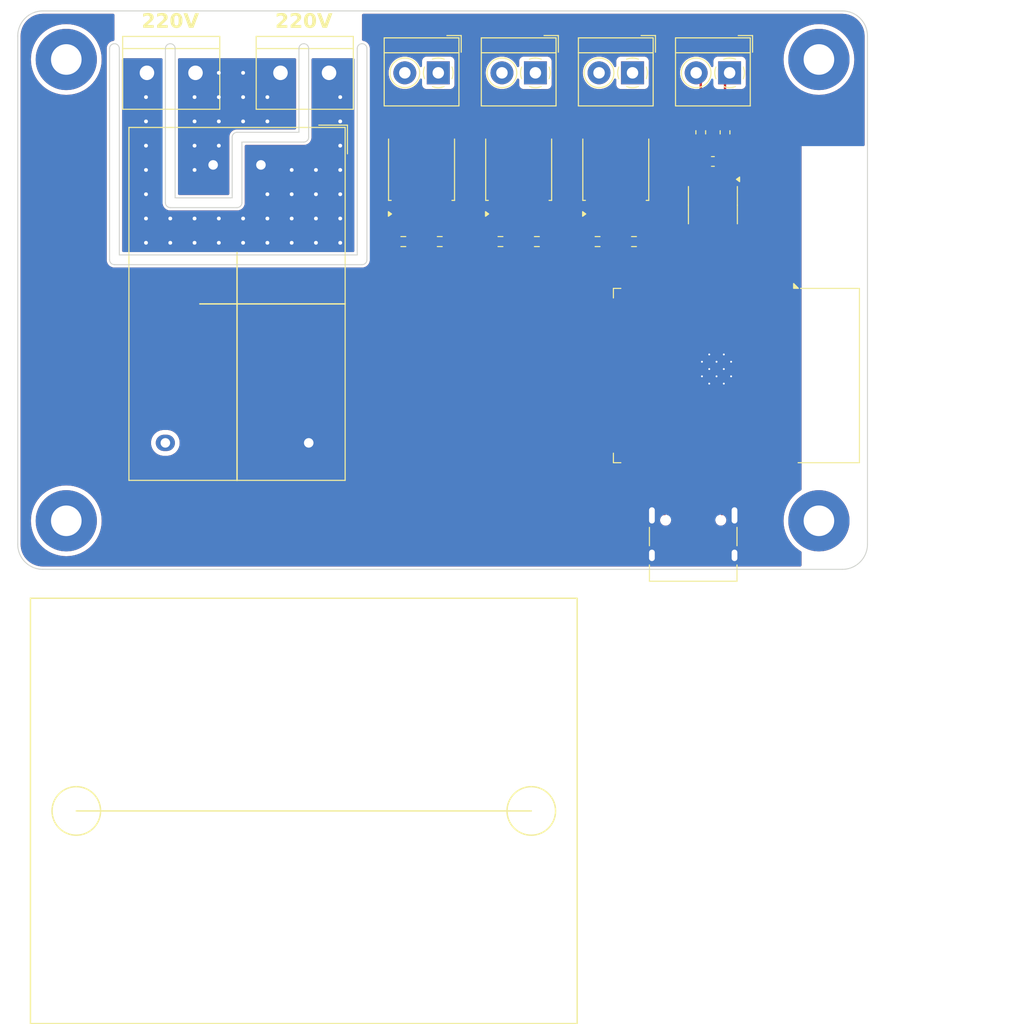
<source format=kicad_pcb>
(kicad_pcb (version 20240108) (generator "pcbnew") (generator_version "8.0")
  (layers (0 "F.Cu" signal) (31 "B.Cu" signal) (34 "B.Paste" user) (35 "F.Paste" user) (36 "B.SilkS" user "B.Silkscreen") (37 "F.SilkS" user "F.Silkscreen") (38 "B.Mask" user) (39 "F.Mask" user) (44 "Edge.Cuts" user))
  (net 0 "")
  (net 1 "GND")
  (net 2 "VBUS")
  (net 3 "+3.3V")
  (net 4 "Net-(U4-T+)")
  (net 5 "Net-(U4-T-)")
  (net 6 "EN")
  (net 7 "IO0")
  (net 12 "V_SSR")
  (net 13 "Net-(J2-CC1)")
  (net 14 "D+")
  (net 15 "D-")
  (net 17 "Net-(J2-CC2)")
  (net 19 "V_SCK")
  (net 20 "V_MOSI")
  (net 21 "RST")
  (net 22 "DC")
  (net 23 "V_CS0")
  (net 24 "Net-(J4-Pin_1)")
  (net 25 "Net-(J4-Pin_2)")
  (net 26 "Net-(J6-Pin_1)")
  (net 27 "Net-(J7-Pin_1)")
  (net 28 "Net-(J8-Pin_1)")
  (net 29 "Net-(Q4-G)")
  (net 30 "Net-(Q5-G)")
  (net 31 "Net-(Q6-G)")
  (net 32 "BUZZER")
  (net 33 "SW_1")
  (net 34 "CS0")
  (net 35 "SW_2")
  (net 36 "RE_B")
  (net 37 "RE_A")
  (net 38 "CS1")
  (net 39 "RE_SW")
  (net 40 "IO2")
  (net 41 "SSR3")
  (net 42 "SSR2")
  (net 43 "SSR1")
  (net 44 "TX")
  (net 45 "RX")
  (net 46 "SCK")
  (net 47 "MISO")
  (net 48 "PWM")
  (net 57 "V_MISO")
  (net 59 "Net-(J1-Pin_1)")
  (net 60 "Net-(J1-Pin_2)")
  (footprint "Resistor_SMD:R_0603_1608Metric_Pad0.98x0.95mm_HandSolder" (layer "F.Cu") (at 101.854 47.117)
    (property "Reference" "R23" (hide yes))
    (property "Value" "10k")
    (fp_line (start -0.254724 -0.5225) (end 0.254724 -0.5225) (stroke (width 0.12)) (layer "F.SilkS"))
    (fp_line (start -0.254724 0.5225) (end 0.254724 0.5225) (stroke (width 0.12)) (layer "F.SilkS"))
    (pad "1" smd roundrect (at -0.9125 0) (size 0.975 0.95) (layers "F.Cu" "F.Paste" "F.Mask") (net 42 "SSR2"))
    (pad "2" smd roundrect (at 0.9125 0) (size 0.975 0.95) (layers "F.Cu" "F.Paste" "F.Mask") (net 1 "GND"))
  )
  (footprint "Inductor_SMD:L_0603_1608Metric_Pad1.05x0.95mm_HandSolder" (layer "F.Cu") (at 121.539 35.687 90)
    (property "Reference" "L2" (hide yes))
    (property "Value" "ferrite")
    (fp_line (start -0.171267 -0.51) (end 0.171267 -0.51) (stroke (width 0.12)) (layer "F.SilkS"))
    (fp_line (start -0.171267 0.51) (end 0.171267 0.51) (stroke (width 0.12)) (layer "F.SilkS"))
    (pad "1" smd roundrect (at -0.875 0 90) (size 1.05 0.95) (layers "F.Cu" "F.Paste" "F.Mask") (net 5 "Net-(U4-T-)"))
    (pad "2" smd roundrect (at 0.875 0 90) (size 1.05 0.95) (layers "F.Cu" "F.Paste" "F.Mask") (net 24 "Net-(J4-Pin_1)"))
  )
  (footprint "TerminalBlock:TerminalBlock_bornier-2_P5.08mm" (layer "F.Cu") (at 80.109 29.464 180)
    (property "Reference" "J1" (hide yes))
    (property "Value" "VIN")
    (fp_line (start 7.62 3.81) (end 7.62 -3.81) (stroke (width 0.12)) (layer "F.SilkS"))
    (fp_line (start 7.62 2.54) (end -2.54 2.54) (stroke (width 0.12)) (layer "F.SilkS"))
    (fp_line (start 7.62 -3.81) (end -2.54 -3.81) (stroke (width 0.12)) (layer "F.SilkS"))
    (fp_line (start -2.54 3.81) (end 7.62 3.81) (stroke (width 0.12)) (layer "F.SilkS"))
    (fp_line (start -2.54 -3.81) (end -2.54 3.81) (stroke (width 0.12)) (layer "F.SilkS"))
    (pad "1" thru_hole rect (at 0 0 180) (size 3 3) (drill 1.52) (layers "*.Cu" "*.Mask") (net 59 "Net-(J1-Pin_1)"))
    (pad "2" thru_hole circle (at 5.08 0 180) (size 3 3) (drill 1.52) (layers "*.Cu" "*.Mask") (net 60 "Net-(J1-Pin_2)"))
  )
  (footprint "Resistor_SMD:R_0603_1608Metric_Pad0.98x0.95mm_HandSolder" (layer "F.Cu") (at 108.204 47.117 180)
    (property "Reference" "R19" (hide yes))
    (property "Value" "R_Small")
    (fp_line (start -0.254724 0.5225) (end 0.254724 0.5225) (stroke (width 0.12)) (layer "F.SilkS"))
    (fp_line (start -0.254724 -0.5225) (end 0.254724 -0.5225) (stroke (width 0.12)) (layer "F.SilkS"))
    (pad "1" smd roundrect (at -0.9125 0 180) (size 0.975 0.95) (layers "F.Cu" "F.Paste" "F.Mask") (net 41 "SSR3"))
    (pad "2" smd roundrect (at 0.9125 0 180) (size 0.975 0.95) (layers "F.Cu" "F.Paste" "F.Mask") (net 29 "Net-(Q4-G)"))
  )
  (footprint "Resistor_SMD:R_0603_1608Metric_Pad0.98x0.95mm_HandSolder" (layer "F.Cu") (at 98.044 47.117 180)
    (property "Reference" "R20" (hide yes))
    (property "Value" "R_Small")
    (fp_line (start -0.254724 0.5225) (end 0.254724 0.5225) (stroke (width 0.12)) (layer "F.SilkS"))
    (fp_line (start -0.254724 -0.5225) (end 0.254724 -0.5225) (stroke (width 0.12)) (layer "F.SilkS"))
    (pad "1" smd roundrect (at -0.9125 0 180) (size 0.975 0.95) (layers "F.Cu" "F.Paste" "F.Mask") (net 42 "SSR2"))
    (pad "2" smd roundrect (at 0.9125 0 180) (size 0.975 0.95) (layers "F.Cu" "F.Paste" "F.Mask") (net 30 "Net-(Q5-G)"))
  )
  (footprint "Package_SO:SOIC-8_3.9x4.9mm_P1.27mm" (layer "F.Cu") (at 120.269 43.307 -90)
    (property "Reference" "U4" (hide yes))
    (property "Value" "MAX31855KASA")
    (fp_line (start 0 2.56) (end -1.95 2.56) (stroke (width 0.12)) (layer "F.SilkS"))
    (fp_line (start 0 2.56) (end 1.95 2.56) (stroke (width 0.12)) (layer "F.SilkS"))
    (fp_line (start 0 -2.56) (end -1.95 -2.56) (stroke (width 0.12)) (layer "F.SilkS"))
    (fp_line (start 0 -2.56) (end 1.95 -2.56) (stroke (width 0.12)) (layer "F.SilkS"))
    (fp_poly (pts (xy -2.7 -2.465) (xy -2.94 -2.795) (xy -2.46 -2.795) (xy -2.7 -2.465)) (stroke (width 0.12)) (fill solid) (layer "F.SilkS"))
    (pad "1" smd roundrect (at -2.475 -1.905 270) (size 1.95 0.6) (layers "F.Cu" "F.Paste" "F.Mask") (net 1 "GND"))
    (pad "2" smd roundrect (at -2.475 -0.635 270) (size 1.95 0.6) (layers "F.Cu" "F.Paste" "F.Mask") (net 5 "Net-(U4-T-)"))
    (pad "3" smd roundrect (at -2.475 0.635 270) (size 1.95 0.6) (layers "F.Cu" "F.Paste" "F.Mask") (net 4 "Net-(U4-T+)"))
    (pad "4" smd roundrect (at -2.475 1.905 270) (size 1.95 0.6) (layers "F.Cu" "F.Paste" "F.Mask") (net 3 "+3.3V"))
    (pad "5" smd roundrect (at 2.475 1.905 270) (size 1.95 0.6) (layers "F.Cu" "F.Paste" "F.Mask") (net 46 "SCK"))
    (pad "6" smd roundrect (at 2.475 0.635 270) (size 1.95 0.6) (layers "F.Cu" "F.Paste" "F.Mask") (net 34 "CS0"))
    (pad "7" smd roundrect (at 2.475 -0.635 270) (size 1.95 0.6) (layers "F.Cu" "F.Paste" "F.Mask") (net 47 "MISO"))
    (pad "8" smd roundrect (at 2.475 -1.905 270) (size 1.95 0.6) (layers "F.Cu" "F.Paste" "F.Mask"))
  )
  (footprint "TerminalBlock_4Ucon:TerminalBlock_4Ucon_1x02_P3.50mm_Horizontal" (layer "F.Cu") (at 91.539 29.464 180)
    (property "Reference" "J8" (hide yes))
    (property "Value" "SSR3")
    (fp_line (start 5.66 -3.46) (end 5.66 3.66) (stroke (width 0.12)) (layer "F.SilkS"))
    (fp_line (start -2.16 3.66) (end 5.66 3.66) (stroke (width 0.12)) (layer "F.SilkS"))
    (fp_line (start -2.16 2.1) (end 5.66 2.1) (stroke (width 0.12)) (layer "F.SilkS"))
    (fp_line (start -2.16 -3.46) (end 5.66 -3.46) (stroke (width 0.12)) (layer "F.SilkS"))
    (fp_line (start -2.16 -3.46) (end -2.16 3.66) (stroke (width 0.12)) (layer "F.SilkS"))
    (fp_line (start -2.4 3.9) (end -0.9 3.9) (stroke (width 0.12)) (layer "F.SilkS"))
    (fp_line (start -2.4 2.16) (end -2.4 3.9) (stroke (width 0.12)) (layer "F.SilkS"))
    (fp_arc (start 1.432109 -0.607742) (mid 1.555727 0.00014) (end 1.432 0.608) (stroke (width 0.12)) (layer "F.SilkS"))
    (fp_arc (start 0.607587 1.431385) (mid 0.310017 1.523783) (end 0 1.555) (stroke (width 0.12)) (layer "F.SilkS"))
    (fp_arc (start 0.027011 1.555493) (mid -0.296984 1.527118) (end -0.608 1.432) (stroke (width 0.12)) (layer "F.SilkS"))
    (fp_arc (start -0.607742 -1.432109) (mid 0.00014 -1.555727) (end 0.608 -1.432) (stroke (width 0.12)) (layer "F.SilkS"))
    (fp_arc (start -1.432109 0.607742) (mid -1.555727 -0.00014) (end -1.432 -0.608) (stroke (width 0.12)) (layer "F.SilkS"))
    (fp_circle (center 3.5 0) (end 5.055 0) (stroke (width 0.12)) (fill none) (layer "F.SilkS"))
    (pad "1" thru_hole rect (at 0 0 180) (size 2.4 2.4) (drill 1.2) (layers "*.Cu" "*.Mask") (net 28 "Net-(J8-Pin_1)"))
    (pad "2" thru_hole circle (at 3.5 0 180) (size 2.4 2.4) (drill 1.2) (layers "*.Cu" "*.Mask") (net 12 "V_SSR"))
  )
  (footprint "kien242:USB-C-16pin-hight-v2" (layer "F.Cu") (at 118.209 78.867 180)
    (property "Reference" "J2" (hide yes))
    (property "Value" " ")
    (fp_line (start 4.58 1.85) (end 4.58 -0.07) (stroke (width 0.12)) (layer "F.SilkS"))
    (fp_line (start 4.58 -3.785) (end 4.58 -2.08) (stroke (width 0.12)) (layer "F.SilkS"))
    (fp_line (start -4.58 -0.07) (end -4.58 1.85) (stroke (width 0.12)) (layer "F.SilkS"))
    (fp_line (start -4.58 -2.08) (end -4.58 -3.785) (stroke (width 0.12)) (layer "F.SilkS"))
    (fp_line (start -4.58 -3.785) (end 4.58 -3.785) (stroke (width 0.12)) (layer "F.SilkS"))
    (pad "" np_thru_hole circle (at -2.89 2.605) (size 0.65 0.65) (drill 0.65) (layers "*.Cu" "*.Mask"))
    (pad "" np_thru_hole circle (at 2.89 2.605) (size 0.65 0.65) (drill 0.65) (layers "*.Cu" "*.Mask"))
    (pad "A1" smd rect (at 3.2 4.318) (size 0.6 2.3626) (layers "F.Cu" "F.Paste" "F.Mask") (net 1 "GND"))
    (pad "A4" smd rect (at 2.4 4.318) (size 0.6 2.3626) (layers "F.Cu" "F.Paste" "F.Mask") (net 2 "VBUS"))
    (pad "A5" smd rect (at 1.25 4.3096) (size 0.3 2.366) (layers "F.Cu" "F.Paste" "F.Mask") (net 13 "Net-(J2-CC1)"))
    (pad "A6" smd rect (at 0.25 4.3096) (size 0.3 2.366) (layers "F.Cu" "F.Paste" "F.Mask") (net 14 "D+"))
    (pad "A7" smd rect (at -0.25 4.3096) (size 0.3 2.366) (layers "F.Cu" "F.Paste" "F.Mask") (net 15 "D-"))
    (pad "A8" smd rect (at -1.25 4.3096) (size 0.3 2.366) (layers "F.Cu" "F.Paste" "F.Mask"))
    (pad "A9" smd rect (at -2.4 4.318) (size 0.6 2.3626) (layers "F.Cu" "F.Paste" "F.Mask") (net 2 "VBUS"))
    (pad "A12" smd rect (at -3.2 4.318) (size 0.6 2.3626) (layers "F.Cu" "F.Paste" "F.Mask") (net 1 "GND"))
    (pad "B1" smd rect (at -3.2 4.318) (size 0.6 2.3626) (layers "F.Cu" "F.Paste" "F.Mask") (net 1 "GND"))
    (pad "B4" smd rect (at -2.4 4.318) (size 0.6 2.3626) (layers "F.Cu" "F.Paste" "F.Mask") (net 2 "VBUS"))
    (pad "B5" smd rect (at -1.75 4.3096) (size 0.3 2.366) (layers "F.Cu" "F.Paste" "F.Mask") (net 17 "Net-(J2-CC2)"))
    (pad "B6" smd rect (at -0.75 4.3096) (size 0.3 2.366) (layers "F.Cu" "F.Paste" "F.Mask") (net 14 "D+"))
    (pad "B7" smd rect (at 0.75 4.3096) (size 0.3 2.366) (layers "F.Cu" "F.Paste" "F.Mask") (net 15 "D-"))
    (pad "B8" smd rect (at 1.75 4.3096) (size 0.305 2.366) (layers "F.Cu" "F.Paste" "F.Mask"))
    (pad "B9" smd rect (at 2.4 4.318) (size 0.6 2.3626) (layers "F.Cu" "F.Paste" "F.Mask") (net 2 "VBUS"))
    (pad "B12" smd rect (at 3.2 4.318) (size 0.6 2.3626) (layers "F.Cu" "F.Paste" "F.Mask") (net 1 "GND"))
    (pad "S1" thru_hole oval (at -4.32 -1.075) (size 1 1.6) (drill oval 0.6 1.2) (layers "*.Cu" "*.Mask") (net 1 "GND"))
    (pad "S1" thru_hole oval (at -4.32 3.105) (size 1 2.1) (drill oval 0.6 1.7) (layers "*.Cu" "*.Mask") (net 1 "GND"))
    (pad "S1" thru_hole oval (at 4.32 -1.075) (size 1 1.6) (drill oval 0.6 1.2) (layers "*.Cu" "*.Mask") (net 1 "GND"))
    (pad "S1" thru_hole oval (at 4.32 3.105) (size 1 2.1) (drill oval 0.6 1.7) (layers "*.Cu" "*.Mask") (net 1 "GND"))
  )
  (footprint "TerminalBlock_4Ucon:TerminalBlock_4Ucon_1x02_P3.50mm_Horizontal" (layer "F.Cu") (at 111.859 29.464 180)
    (property "Reference" "J6" (hide yes))
    (property "Value" "SSR1")
    (fp_line (start 5.66 -3.46) (end 5.66 3.66) (stroke (width 0.12)) (layer "F.SilkS"))
    (fp_line (start -2.16 3.66) (end 5.66 3.66) (stroke (width 0.12)) (layer "F.SilkS"))
    (fp_line (start -2.16 2.1) (end 5.66 2.1) (stroke (width 0.12)) (layer "F.SilkS"))
    (fp_line (start -2.16 -3.46) (end 5.66 -3.46) (stroke (width 0.12)) (layer "F.SilkS"))
    (fp_line (start -2.16 -3.46) (end -2.16 3.66) (stroke (width 0.12)) (layer "F.SilkS"))
    (fp_line (start -2.4 3.9) (end -0.9 3.9) (stroke (width 0.12)) (layer "F.SilkS"))
    (fp_line (start -2.4 2.16) (end -2.4 3.9) (stroke (width 0.12)) (layer "F.SilkS"))
    (fp_arc (start 1.432109 -0.607742) (mid 1.555727 0.00014) (end 1.432 0.608) (stroke (width 0.12)) (layer "F.SilkS"))
    (fp_arc (start 0.607587 1.431385) (mid 0.310017 1.523783) (end 0 1.555) (stroke (width 0.12)) (layer "F.SilkS"))
    (fp_arc (start 0.027011 1.555493) (mid -0.296984 1.527118) (end -0.608 1.432) (stroke (width 0.12)) (layer "F.SilkS"))
    (fp_arc (start -0.607742 -1.432109) (mid 0.00014 -1.555727) (end 0.608 -1.432) (stroke (width 0.12)) (layer "F.SilkS"))
    (fp_arc (start -1.432109 0.607742) (mid -1.555727 -0.00014) (end -1.432 -0.608) (stroke (width 0.12)) (layer "F.SilkS"))
    (fp_circle (center 3.5 0) (end 5.055 0) (stroke (width 0.12)) (fill none) (layer "F.SilkS"))
    (pad "1" thru_hole rect (at 0 0 180) (size 2.4 2.4) (drill 1.2) (layers "*.Cu" "*.Mask") (net 26 "Net-(J6-Pin_1)"))
    (pad "2" thru_hole circle (at 3.5 0 180) (size 2.4 2.4) (drill 1.2) (layers "*.Cu" "*.Mask") (net 12 "V_SSR"))
  )
  (footprint "TerminalBlock:TerminalBlock_bornier-2_P5.08mm" (layer "F.Cu") (at 66.139 29.464 180)
    (property "Reference" "J3" (hide yes))
    (property "Value" "VIN")
    (fp_line (start 7.62 3.81) (end 7.62 -3.81) (stroke (width 0.12)) (layer "F.SilkS"))
    (fp_line (start 7.62 2.54) (end -2.54 2.54) (stroke (width 0.12)) (layer "F.SilkS"))
    (fp_line (start 7.62 -3.81) (end -2.54 -3.81) (stroke (width 0.12)) (layer "F.SilkS"))
    (fp_line (start -2.54 3.81) (end 7.62 3.81) (stroke (width 0.12)) (layer "F.SilkS"))
    (fp_line (start -2.54 -3.81) (end -2.54 3.81) (stroke (width 0.12)) (layer "F.SilkS"))
    (pad "1" thru_hole rect (at 0 0 180) (size 3 3) (drill 1.52) (layers "*.Cu" "*.Mask") (net 60 "Net-(J1-Pin_2)"))
    (pad "2" thru_hole circle (at 5.08 0 180) (size 3 3) (drill 1.52) (layers "*.Cu" "*.Mask") (net 59 "Net-(J1-Pin_1)"))
  )
  (footprint "Package_TO_SOT_SMD:TO-252-2" (layer "F.Cu") (at 99.949 39.497 90)
    (property "Reference" "Q5" (hide yes))
    (property "Value" "IRLR2905Z")
    (fp_line (start 3.11 -3.45) (end -3.31 -3.45) (stroke (width 0.12)) (layer "F.SilkS"))
    (fp_line (start -3.31 -3.45) (end -3.31 -3.18) (stroke (width 0.12)) (layer "F.SilkS"))
    (fp_line (start 3.11 3.45) (end -3.31 3.45) (stroke (width 0.12)) (layer "F.SilkS"))
    (fp_line (start -3.31 3.45) (end -3.31 3.18) (stroke (width 0.12)) (layer "F.SilkS"))
    (fp_poly (pts (xy -4.73 -3.14) (xy -4.97 -3.47) (xy -4.49 -3.47) (xy -4.73 -3.14)) (stroke (width 0.12)) (fill solid) (layer "F.SilkS"))
    (pad "1" smd roundrect (at -5.04 -2.28 90) (size 2.2 1.2) (layers "F.Cu" "F.Paste" "F.Mask") (roundrect_rratio 0.208333) (net 30 "Net-(Q5-G)"))
    (pad "2" smd roundrect (at -0.415 -1.525 90) (size 3.05 2.75) (layers "F.Cu" "F.Paste") (roundrect_rratio 0.090909) (net 27 "Net-(J7-Pin_1)"))
    (pad "2" smd roundrect (at -0.415 1.525 90) (size 3.05 2.75) (layers "F.Cu" "F.Paste") (roundrect_rratio 0.090909) (net 27 "Net-(J7-Pin_1)"))
    (pad "2" smd roundrect (at 1.26 0 90) (size 6.4 5.8) (layers "F.Cu" "F.Mask") (roundrect_rratio 0.043103) (net 27 "Net-(J7-Pin_1)"))
    (pad "2" smd roundrect (at 2.935 -1.525 90) (size 3.05 2.75) (layers "F.Cu" "F.Paste") (roundrect_rratio 0.090909) (net 27 "Net-(J7-Pin_1)"))
    (pad "2" smd roundrect (at 2.935 1.525 90) (size 3.05 2.75) (layers "F.Cu" "F.Paste") (roundrect_rratio 0.090909) (net 27 "Net-(J7-Pin_1)"))
    (pad "3" smd roundrect (at -5.04 2.28 90) (size 2.2 1.2) (layers "F.Cu" "F.Paste" "F.Mask") (roundrect_rratio 0.208333) (net 1 "GND"))
  )
  (footprint "Converter_ACDC:Converter_ACDC_Hi-Link_HLK-PMxx" (layer "F.Cu") (at 72.985 39.0965 -90)
    (property "Reference" "PS1" (hide yes))
    (property "Value" "HLK-PM05")
    (fp_line (start -3.92 13.81) (end 33 13.81) (stroke (width 0.12)) (layer "F.SilkS"))
    (fp_line (start -4.16 -6.05) (end -4.16 -9.05) (stroke (width 0.12)) (layer "F.SilkS"))
    (fp_line (start -3.92 -8.81) (end -3.92 13.81) (stroke (width 0.12)) (layer "F.SilkS"))
    (fp_line (start -3.92 -8.81) (end 33 -8.81) (stroke (width 0.12)) (layer "F.SilkS"))
    (fp_line (start 33 -8.81) (end 33 13.81) (stroke (width 0.12)) (layer "F.SilkS"))
    (fp_line (start -4.16 -9.05) (end -1.16 -9.05) (stroke (width 0.12)) (layer "F.SilkS"))
    (pad "1" thru_hole rect (at 0 0 270) (size 1.7 2) (drill 1) (layers "*.Cu" "*.Mask") (net 59 "Net-(J1-Pin_1)"))
    (pad "2" thru_hole oval (at 0 5 270) (size 1.7 2) (drill 1) (layers "*.Cu" "*.Mask") (net 60 "Net-(J1-Pin_2)"))
    (pad "3" thru_hole oval (at 29.08 -5 270) (size 1.7 2) (drill 1) (layers "*.Cu" "*.Mask") (net 1 "GND"))
    (pad "4" thru_hole oval (at 29.08 10 270) (size 1.7 2) (drill 1) (layers "*.Cu" "*.Mask") (net 12 "V_SSR"))
  )
  (footprint "Inductor_SMD:L_0603_1608Metric_Pad1.05x0.95mm_HandSolder" (layer "F.Cu") (at 118.999 35.687 90)
    (property "Reference" "L1" (hide yes))
    (property "Value" "ferrite")
    (fp_line (start -0.171267 -0.51) (end 0.171267 -0.51) (stroke (width 0.12)) (layer "F.SilkS"))
    (fp_line (start -0.171267 0.51) (end 0.171267 0.51) (stroke (width 0.12)) (layer "F.SilkS"))
    (pad "1" smd roundrect (at -0.875 0 90) (size 1.05 0.95) (layers "F.Cu" "F.Paste" "F.Mask") (net 4 "Net-(U4-T+)"))
    (pad "2" smd roundrect (at 0.875 0 90) (size 1.05 0.95) (layers "F.Cu" "F.Paste" "F.Mask") (net 25 "Net-(J4-Pin_2)"))
  )
  (footprint "MountingHole:MountingHole_3.2mm_M3_Pad" (layer "F.Cu") (at 131.3605 76.327)
    (property "Reference" "H3" (hide yes))
    (property "Value" "MountingHole_Pad")
    (pad "1" thru_hole circle (at 0 0) (size 6.4 6.4) (drill 3.2) (layers "*.Cu" "*.Mask"))
  )
  (footprint "Resistor_SMD:R_0603_1608Metric_Pad0.98x0.95mm_HandSolder" (layer "F.Cu") (at 91.694 47.117)
    (property "Reference" "R24" (hide yes))
    (property "Value" "10k")
    (fp_line (start -0.254724 -0.5225) (end 0.254724 -0.5225) (stroke (width 0.12)) (layer "F.SilkS"))
    (fp_line (start -0.254724 0.5225) (end 0.254724 0.5225) (stroke (width 0.12)) (layer "F.SilkS"))
    (pad "1" smd roundrect (at -0.9125 0) (size 0.975 0.95) (layers "F.Cu" "F.Paste" "F.Mask") (net 43 "SSR1"))
    (pad "2" smd roundrect (at 0.9125 0) (size 0.975 0.95) (layers "F.Cu" "F.Paste" "F.Mask") (net 1 "GND"))
  )
  (footprint "TerminalBlock_4Ucon:TerminalBlock_4Ucon_1x02_P3.50mm_Horizontal" (layer "F.Cu") (at 101.699 29.464 180)
    (property "Reference" "J7" (hide yes))
    (property "Value" "SSR2")
    (fp_line (start 5.66 -3.46) (end 5.66 3.66) (stroke (width 0.12)) (layer "F.SilkS"))
    (fp_line (start -2.16 3.66) (end 5.66 3.66) (stroke (width 0.12)) (layer "F.SilkS"))
    (fp_line (start -2.16 2.1) (end 5.66 2.1) (stroke (width 0.12)) (layer "F.SilkS"))
    (fp_line (start -2.16 -3.46) (end 5.66 -3.46) (stroke (width 0.12)) (layer "F.SilkS"))
    (fp_line (start -2.16 -3.46) (end -2.16 3.66) (stroke (width 0.12)) (layer "F.SilkS"))
    (fp_line (start -2.4 3.9) (end -0.9 3.9) (stroke (width 0.12)) (layer "F.SilkS"))
    (fp_line (start -2.4 2.16) (end -2.4 3.9) (stroke (width 0.12)) (layer "F.SilkS"))
    (fp_arc (start 1.432109 -0.607742) (mid 1.555727 0.00014) (end 1.432 0.608) (stroke (width 0.12)) (layer "F.SilkS"))
    (fp_arc (start 0.607587 1.431385) (mid 0.310017 1.523783) (end 0 1.555) (stroke (width 0.12)) (layer "F.SilkS"))
    (fp_arc (start 0.027011 1.555493) (mid -0.296984 1.527118) (end -0.608 1.432) (stroke (width 0.12)) (layer "F.SilkS"))
    (fp_arc (start -0.607742 -1.432109) (mid 0.00014 -1.555727) (end 0.608 -1.432) (stroke (width 0.12)) (layer "F.SilkS"))
    (fp_arc (start -1.432109 0.607742) (mid -1.555727 -0.00014) (end -1.432 -0.608) (stroke (width 0.12)) (layer "F.SilkS"))
    (fp_circle (center 3.5 0) (end 5.055 0) (stroke (width 0.12)) (fill none) (layer "F.SilkS"))
    (pad "1" thru_hole rect (at 0 0 180) (size 2.4 2.4) (drill 1.2) (layers "*.Cu" "*.Mask") (net 27 "Net-(J7-Pin_1)"))
    (pad "2" thru_hole circle (at 3.5 0 180) (size 2.4 2.4) (drill 1.2) (layers "*.Cu" "*.Mask") (net 12 "V_SSR"))
  )
  (footprint "Package_TO_SOT_SMD:TO-252-2" (layer "F.Cu") (at 89.789 39.497 90)
    (property "Reference" "Q6" (hide yes))
    (property "Value" "IRLR2905Z")
    (fp_line (start 3.11 -3.45) (end -3.31 -3.45) (stroke (width 0.12)) (layer "F.SilkS"))
    (fp_line (start -3.31 -3.45) (end -3.31 -3.18) (stroke (width 0.12)) (layer "F.SilkS"))
    (fp_line (start 3.11 3.45) (end -3.31 3.45) (stroke (width 0.12)) (layer "F.SilkS"))
    (fp_line (start -3.31 3.45) (end -3.31 3.18) (stroke (width 0.12)) (layer "F.SilkS"))
    (fp_poly (pts (xy -4.73 -3.14) (xy -4.97 -3.47) (xy -4.49 -3.47) (xy -4.73 -3.14)) (stroke (width 0.12)) (fill solid) (layer "F.SilkS"))
    (pad "1" smd roundrect (at -5.04 -2.28 90) (size 2.2 1.2) (layers "F.Cu" "F.Paste" "F.Mask") (roundrect_rratio 0.208333) (net 31 "Net-(Q6-G)"))
    (pad "2" smd roundrect (at -0.415 -1.525 90) (size 3.05 2.75) (layers "F.Cu" "F.Paste") (roundrect_rratio 0.090909) (net 28 "Net-(J8-Pin_1)"))
    (pad "2" smd roundrect (at -0.415 1.525 90) (size 3.05 2.75) (layers "F.Cu" "F.Paste") (roundrect_rratio 0.090909) (net 28 "Net-(J8-Pin_1)"))
    (pad "2" smd roundrect (at 1.26 0 90) (size 6.4 5.8) (layers "F.Cu" "F.Mask") (roundrect_rratio 0.043103) (net 28 "Net-(J8-Pin_1)"))
    (pad "2" smd roundrect (at 2.935 -1.525 90) (size 3.05 2.75) (layers "F.Cu" "F.Paste") (roundrect_rratio 0.090909) (net 28 "Net-(J8-Pin_1)"))
    (pad "2" smd roundrect (at 2.935 1.525 90) (size 3.05 2.75) (layers "F.Cu" "F.Paste") (roundrect_rratio 0.090909) (net 28 "Net-(J8-Pin_1)"))
    (pad "3" smd roundrect (at -5.04 2.28 90) (size 2.2 1.2) (layers "F.Cu" "F.Paste" "F.Mask") (roundrect_rratio 0.208333) (net 1 "GND"))
  )
  (footprint "Capacitor_SMD:C_0603_1608Metric_Pad1.08x0.95mm_HandSolder" (layer "F.Cu") (at 120.269 38.735)
    (property "Reference" "C11" (hide yes))
    (property "Value" "10n")
    (fp_line (start -0.146267 -0.51) (end 0.146267 -0.51) (stroke (width 0.12)) (layer "F.SilkS"))
    (fp_line (start -0.146267 0.51) (end 0.146267 0.51) (stroke (width 0.12)) (layer "F.SilkS"))
    (pad "1" smd roundrect (at -0.8625 0) (size 1.075 0.95) (layers "F.Cu" "F.Paste" "F.Mask") (net 4 "Net-(U4-T+)"))
    (pad "2" smd roundrect (at 0.8625 0) (size 1.075 0.95) (layers "F.Cu" "F.Paste" "F.Mask") (net 5 "Net-(U4-T-)"))
  )
  (footprint "TerminalBlock_4Ucon:TerminalBlock_4Ucon_1x02_P3.50mm_Horizontal" (layer "F.Cu") (at 122.019 29.464 180)
    (property "Reference" "J4" (hide yes))
    (property "Value" "TC1")
    (fp_line (start 5.66 -3.46) (end 5.66 3.66) (stroke (width 0.12)) (layer "F.SilkS"))
    (fp_line (start -2.16 3.66) (end 5.66 3.66) (stroke (width 0.12)) (layer "F.SilkS"))
    (fp_line (start -2.16 2.1) (end 5.66 2.1) (stroke (width 0.12)) (layer "F.SilkS"))
    (fp_line (start -2.16 -3.46) (end 5.66 -3.46) (stroke (width 0.12)) (layer "F.SilkS"))
    (fp_line (start -2.16 -3.46) (end -2.16 3.66) (stroke (width 0.12)) (layer "F.SilkS"))
    (fp_line (start -2.4 3.9) (end -0.9 3.9) (stroke (width 0.12)) (layer "F.SilkS"))
    (fp_line (start -2.4 2.16) (end -2.4 3.9) (stroke (width 0.12)) (layer "F.SilkS"))
    (fp_arc (start 1.432109 -0.607742) (mid 1.555727 0.00014) (end 1.432 0.608) (stroke (width 0.12)) (layer "F.SilkS"))
    (fp_arc (start 0.607587 1.431385) (mid 0.310017 1.523783) (end 0 1.555) (stroke (width 0.12)) (layer "F.SilkS"))
    (fp_arc (start 0.027011 1.555493) (mid -0.296984 1.527118) (end -0.608 1.432) (stroke (width 0.12)) (layer "F.SilkS"))
    (fp_arc (start -0.607742 -1.432109) (mid 0.00014 -1.555727) (end 0.608 -1.432) (stroke (width 0.12)) (layer "F.SilkS"))
    (fp_arc (start -1.432109 0.607742) (mid -1.555727 -0.00014) (end -1.432 -0.608) (stroke (width 0.12)) (layer "F.SilkS"))
    (fp_circle (center 3.5 0) (end 5.055 0) (stroke (width 0.12)) (fill none) (layer "F.SilkS"))
    (pad "1" thru_hole rect (at 0 0 180) (size 2.4 2.4) (drill 1.2) (layers "*.Cu" "*.Mask") (net 24 "Net-(J4-Pin_1)"))
    (pad "2" thru_hole circle (at 3.5 0 180) (size 2.4 2.4) (drill 1.2) (layers "*.Cu" "*.Mask") (net 25 "Net-(J4-Pin_2)"))
  )
  (footprint "Package_TO_SOT_SMD:TO-252-2" (layer "F.Cu") (at 110.109 39.497 90)
    (property "Reference" "Q4" (hide yes))
    (property "Value" "IRLR2905Z")
    (fp_line (start 3.11 -3.45) (end -3.31 -3.45) (stroke (width 0.12)) (layer "F.SilkS"))
    (fp_line (start -3.31 -3.45) (end -3.31 -3.18) (stroke (width 0.12)) (layer "F.SilkS"))
    (fp_line (start 3.11 3.45) (end -3.31 3.45) (stroke (width 0.12)) (layer "F.SilkS"))
    (fp_line (start -3.31 3.45) (end -3.31 3.18) (stroke (width 0.12)) (layer "F.SilkS"))
    (fp_poly (pts (xy -4.73 -3.14) (xy -4.97 -3.47) (xy -4.49 -3.47) (xy -4.73 -3.14)) (stroke (width 0.12)) (fill solid) (layer "F.SilkS"))
    (pad "1" smd roundrect (at -5.04 -2.28 90) (size 2.2 1.2) (layers "F.Cu" "F.Paste" "F.Mask") (roundrect_rratio 0.208333) (net 29 "Net-(Q4-G)"))
    (pad "2" smd roundrect (at -0.415 -1.525 90) (size 3.05 2.75) (layers "F.Cu" "F.Paste") (roundrect_rratio 0.090909) (net 26 "Net-(J6-Pin_1)"))
    (pad "2" smd roundrect (at -0.415 1.525 90) (size 3.05 2.75) (layers "F.Cu" "F.Paste") (roundrect_rratio 0.090909) (net 26 "Net-(J6-Pin_1)"))
    (pad "2" smd roundrect (at 1.26 0 90) (size 6.4 5.8) (layers "F.Cu" "F.Mask") (roundrect_rratio 0.043103) (net 26 "Net-(J6-Pin_1)"))
    (pad "2" smd roundrect (at 2.935 -1.525 90) (size 3.05 2.75) (layers "F.Cu" "F.Paste") (roundrect_rratio 0.090909) (net 26 "Net-(J6-Pin_1)"))
    (pad "2" smd roundrect (at 2.935 1.525 90) (size 3.05 2.75) (layers "F.Cu" "F.Paste") (roundrect_rratio 0.090909) (net 26 "Net-(J6-Pin_1)"))
    (pad "3" smd roundrect (at -5.04 2.28 90) (size 2.2 1.2) (layers "F.Cu" "F.Paste" "F.Mask") (roundrect_rratio 0.208333) (net 1 "GND"))
  )
  (footprint "Resistor_SMD:R_0603_1608Metric_Pad0.98x0.95mm_HandSolder" (layer "F.Cu") (at 87.884 47.117 180)
    (property "Reference" "R21" (hide yes))
    (property "Value" "??")
    (fp_line (start -0.254724 0.5225) (end 0.254724 0.5225) (stroke (width 0.12)) (layer "F.SilkS"))
    (fp_line (start -0.254724 -0.5225) (end 0.254724 -0.5225) (stroke (width 0.12)) (layer "F.SilkS"))
    (pad "1" smd roundrect (at -0.9125 0 180) (size 0.975 0.95) (layers "F.Cu" "F.Paste" "F.Mask") (net 43 "SSR1"))
    (pad "2" smd roundrect (at 0.9125 0 180) (size 0.975 0.95) (layers "F.Cu" "F.Paste" "F.Mask") (net 31 "Net-(Q6-G)"))
  )
  (footprint "Resistor_SMD:R_0603_1608Metric_Pad0.98x0.95mm_HandSolder" (layer "F.Cu") (at 112.014 47.117)
    (property "Reference" "R22" (hide yes))
    (property "Value" "10k")
    (fp_line (start -0.254724 -0.5225) (end 0.254724 -0.5225) (stroke (width 0.12)) (layer "F.SilkS"))
    (fp_line (start -0.254724 0.5225) (end 0.254724 0.5225) (stroke (width 0.12)) (layer "F.SilkS"))
    (pad "1" smd roundrect (at -0.9125 0) (size 0.975 0.95) (layers "F.Cu" "F.Paste" "F.Mask") (net 41 "SSR3"))
    (pad "2" smd roundrect (at 0.9125 0) (size 0.975 0.95) (layers "F.Cu" "F.Paste" "F.Mask") (net 1 "GND"))
  )
  (footprint "RF_Module:ESP32-WROOM-32" (layer "F.Cu") (at 119.739 61.132 -90)
    (property "Reference" "U5" (hide yes))
    (property "Value" "ESP32-WROOM-32")
    (fp_line (start -9.12 9.88) (end -8.12 9.88) (stroke (width 0.12)) (layer "F.SilkS"))
    (fp_line (start 9.12 9.88) (end 8.12 9.88) (stroke (width 0.12)) (layer "F.SilkS"))
    (fp_line (start -9.12 9.1) (end -9.12 9.88) (stroke (width 0.12)) (layer "F.SilkS"))
    (fp_line (start 9.12 9.1) (end 9.12 9.88) (stroke (width 0.12)) (layer "F.SilkS"))
    (fp_line (start -9.12 -15.86) (end -9.12 -9.7) (stroke (width 0.12)) (layer "F.SilkS"))
    (fp_line (start -9.12 -15.86) (end 9.12 -15.86) (stroke (width 0.12)) (layer "F.SilkS"))
    (fp_line (start 9.12 -15.86) (end 9.12 -9.445) (stroke (width 0.12)) (layer "F.SilkS"))
    (fp_poly (pts (xy -9.125 -8.975) (xy -9.625 -8.975) (xy -9.125 -9.475) (xy -9.125 -8.975)) (stroke (width 0.12)) (fill solid) (layer "F.SilkS"))
    (pad "1" smd rect (at -8.75 -8.25 270) (size 1.5 0.9) (layers "F.Cu" "F.Paste" "F.Mask") (net 1 "GND"))
    (pad "2" smd rect (at -8.75 -6.98 270) (size 1.5 0.9) (layers "F.Cu" "F.Paste" "F.Mask") (net 3 "+3.3V"))
    (pad "3" smd rect (at -8.75 -5.71 270) (size 1.5 0.9) (layers "F.Cu" "F.Paste" "F.Mask") (net 6 "EN"))
    (pad "4" smd rect (at -8.75 -4.44 270) (size 1.5 0.9) (layers "F.Cu" "F.Paste" "F.Mask") (net 33 "SW_1"))
    (pad "5" smd rect (at -8.75 -3.17 270) (size 1.5 0.9) (layers "F.Cu" "F.Paste" "F.Mask") (net 35 "SW_2"))
    (pad "6" smd rect (at -8.75 -1.9 270) (size 1.5 0.9) (layers "F.Cu" "F.Paste" "F.Mask") (net 37 "RE_A"))
    (pad "7" smd rect (at -8.75 -0.63 270) (size 1.5 0.9) (layers "F.Cu" "F.Paste" "F.Mask") (net 36 "RE_B"))
    (pad "8" smd rect (at -8.75 0.64 270) (size 1.5 0.9) (layers "F.Cu" "F.Paste" "F.Mask") (net 38 "CS1"))
    (pad "9" smd rect (at -8.75 1.91 270) (size 1.5 0.9) (layers "F.Cu" "F.Paste" "F.Mask") (net 48 "PWM"))
    (pad "10" smd rect (at -8.75 3.18 270) (size 1.5 0.9) (layers "F.Cu" "F.Paste" "F.Mask") (net 43 "SSR1"))
    (pad "11" smd rect (at -8.75 4.45 270) (size 1.5 0.9) (layers "F.Cu" "F.Paste" "F.Mask") (net 42 "SSR2"))
    (pad "12" smd rect (at -8.75 5.72 270) (size 1.5 0.9) (layers "F.Cu" "F.Paste" "F.Mask") (net 41 "SSR3"))
    (pad "13" smd rect (at -8.75 6.99 270) (size 1.5 0.9) (layers "F.Cu" "F.Paste" "F.Mask") (net 46 "SCK"))
    (pad "14" smd rect (at -8.75 8.26 270) (size 1.5 0.9) (layers "F.Cu" "F.Paste" "F.Mask") (net 47 "MISO"))
    (pad "15" smd rect (at -5.71 9.51) (size 1.5 0.9) (layers "F.Cu" "F.Paste" "F.Mask") (net 1 "GND"))
    (pad "16" smd rect (at -4.44 9.51) (size 1.5 0.9) (layers "F.Cu" "F.Paste" "F.Mask") (net 39 "RE_SW"))
    (pad "17" smd rect (at -3.17 9.51) (size 1.5 0.9) (layers "F.Cu" "F.Paste" "F.Mask"))
    (pad "18" smd rect (at -1.9 9.51) (size 1.5 0.9) (layers "F.Cu" "F.Paste" "F.Mask"))
    (pad "19" smd rect (at -0.63 9.51) (size 1.5 0.9) (layers "F.Cu" "F.Paste" "F.Mask"))
    (pad "20" smd rect (at 0.64 9.51) (size 1.5 0.9) (layers "F.Cu" "F.Paste" "F.Mask"))
    (pad "21" smd rect (at 1.91 9.51) (size 1.5 0.9) (layers "F.Cu" "F.Paste" "F.Mask"))
    (pad "22" smd rect (at 3.18 9.51) (size 1.5 0.9) (layers "F.Cu" "F.Paste" "F.Mask"))
    (pad "23" smd rect (at 4.45 9.51) (size 1.5 0.9) (layers "F.Cu" "F.Paste" "F.Mask") (net 34 "CS0"))
    (pad "24" smd rect (at 5.72 9.51) (size 1.5 0.9) (layers "F.Cu" "F.Paste" "F.Mask") (net 40 "IO2"))
    (pad "25" smd rect (at 8.75 8.26 270) (size 1.5 0.9) (layers "F.Cu" "F.Paste" "F.Mask") (net 7 "IO0"))
    (pad "26" smd rect (at 8.75 6.99 270) (size 1.5 0.9) (layers "F.Cu" "F.Paste" "F.Mask") (net 32 "BUZZER"))
    (pad "27" smd rect (at 8.75 5.72 270) (size 1.5 0.9) (layers "F.Cu" "F.Paste" "F.Mask"))
    (pad "28" smd rect (at 8.75 4.45 270) (size 1.5 0.9) (layers "F.Cu" "F.Paste" "F.Mask"))
    (pad "29" smd rect (at 8.75 3.18 270) (size 1.5 0.9) (layers "F.Cu" "F.Paste" "F.Mask") (net 23 "V_CS0"))
    (pad "30" smd rect (at 8.75 1.91 270) (size 1.5 0.9) (layers "F.Cu" "F.Paste" "F.Mask") (net 19 "V_SCK"))
    (pad "31" smd rect (at 8.75 0.64 270) (size 1.5 0.9) (layers "F.Cu" "F.Paste" "F.Mask") (net 57 "V_MISO"))
    (pad "32" smd rect (at 8.75 -0.63 270) (size 1.5 0.9) (layers "F.Cu" "F.Paste" "F.Mask"))
    (pad "33" smd rect (at 8.75 -1.9 270) (size 1.5 0.9) (layers "F.Cu" "F.Paste" "F.Mask") (net 22 "DC"))
    (pad "34" smd rect (at 8.75 -3.17 270) (size 1.5 0.9) (layers "F.Cu" "F.Paste" "F.Mask") (net 45 "RX"))
    (pad "35" smd rect (at 8.75 -4.44 270) (size 1.5 0.9) (layers "F.Cu" "F.Paste" "F.Mask") (net 44 "TX"))
    (pad "36" smd rect (at 8.75 -5.71 270) (size 1.5 0.9) (layers "F.Cu" "F.Paste" "F.Mask") (net 21 "RST"))
    (pad "37" smd rect (at 8.75 -6.98 270) (size 1.5 0.9) (layers "F.Cu" "F.Paste" "F.Mask") (net 20 "V_MOSI"))
    (pad "38" smd rect (at 8.75 -8.25 270) (size 1.5 0.9) (layers "F.Cu" "F.Paste" "F.Mask") (net 1 "GND"))
    (pad "39" smd rect (at -2.205 -2.435 270) (size 1.05 1.05) (layers "F.Cu" "F.Paste") (net 1 "GND"))
    (pad "39" thru_hole circle (at -2.205 -1.6725 270) (size 0.6 0.6) (drill 0.2) (property pad_prop_heatsink) (layers "*.Cu" "F.Mask") (net 1 "GND"))
    (pad "39" smd rect (at -2.205 -0.91 270) (size 1.05 1.05) (layers "F.Cu" "F.Paste") (net 1 "GND"))
    (pad "39" thru_hole circle (at -2.205 -0.1475 270) (size 0.6 0.6) (drill 0.2) (property pad_prop_heatsink) (layers "*.Cu" "F.Mask") (net 1 "GND"))
    (pad "39" smd rect (at -2.205 0.615 270) (size 1.05 1.05) (layers "F.Cu" "F.Paste") (net 1 "GND"))
    (pad "39" thru_hole circle (at -1.4425 -2.435 270) (size 0.6 0.6) (drill 0.2) (property pad_prop_heatsink) (layers "*.Cu" "F.Mask") (net 1 "GND"))
    (pad "39" thru_hole circle (at -1.4425 -0.91 270) (size 0.6 0.6) (drill 0.2) (property pad_prop_heatsink) (layers "*.Cu" "F.Mask") (net 1 "GND"))
    (pad "39" thru_hole circle (at -1.4425 0.615 270) (size 0.6 0.6) (drill 0.2) (property pad_prop_heatsink) (layers "*.Cu" "F.Mask") (net 1 "GND"))
    (pad "39" smd rect (at -0.68 -2.435 270) (size 1.05 1.05) (layers "F.Cu" "F.Paste") (net 1 "GND"))
    (pad "39" thru_hole circle (at -0.68 -1.6725 270) (size 0.6 0.6) (drill 0.2) (property pad_prop_heatsink) (layers "*.Cu" "F.Mask") (net 1 "GND"))
    (pad "39" smd rect (at -0.68 -0.91 270) (size 1.05 1.05) (layers "F.Cu" "F.Paste") (net 1 "GND"))
    (pad "39" smd rect (at -0.68 -0.91 270) (size 4.2 4.2) (layers "F.Cu" "F.Mask") (net 1 "GND"))
    (pad "39" thru_hole circle (at -0.68 -0.1475 270) (size 0.6 0.6) (drill 0.2) (property pad_prop_heatsink) (layers "*.Cu" "F.Mask") (net 1 "GND"))
    (pad "39" smd rect (at -0.68 0.615 270) (size 1.05 1.05) (layers "F.Cu" "F.Paste") (net 1 "GND"))
    (pad "39" thru_hole circle (at 0.0825 -2.435 270) (size 0.6 0.6) (drill 0.2) (property pad_prop_heatsink) (layers "*.Cu" "F.Mask") (net 1 "GND"))
    (pad "39" thru_hole circle (at 0.0825 -0.91 270) (size 0.6 0.6) (drill 0.2) (property pad_prop_heatsink) (layers "*.Cu" "F.Mask") (net 1 "GND"))
    (pad "39" thru_hole circle (at 0.0825 0.615 270) (size 0.6 0.6) (drill 0.2) (property pad_prop_heatsink) (layers "*.Cu" "F.Mask") (net 1 "GND"))
    (pad "39" smd rect (at 0.845 -2.435 270) (size 1.05 1.05) (layers "F.Cu" "F.Paste") (net 1 "GND"))
    (pad "39" thru_hole circle (at 0.845 -1.6725 270) (size 0.6 0.6) (drill 0.2) (property pad_prop_heatsink) (layers "*.Cu" "F.Mask") (net 1 "GND"))
    (pad "39" smd rect (at 0.845 -0.91 270) (size 1.05 1.05) (layers "F.Cu" "F.Paste") (net 1 "GND"))
    (pad "39" thru_hole circle (at 0.845 -0.1475 270) (size 0.6 0.6) (drill 0.2) (property pad_prop_heatsink) (layers "*.Cu" "F.Mask") (net 1 "GND"))
    (pad "39" smd rect (at 0.845 0.615 270) (size 1.05 1.05) (layers "F.Cu" "F.Paste") (net 1 "GND"))
    (zone (net 0) (net_name "") (layers "F.Cu" "In1.Cu" "B.Cu") (connect_pads (clearance 0)) (min_thickness 0.254)
      (keepout (tracks not_allowed) (vias not_allowed) (pads not_allowed) (copperpour not_allowed) (footprints not_allowed))
      (fill (thermal_gap 0.508) (thermal_bridge_width 0.508))
      (polygon (pts (xy 129.539 37.132) (xy 129.539 85.132) (xy 150.479 85.132) (xy 150.479 37.132)))
    )
  )
  (footprint "MountingHole:MountingHole_3.2mm_M3_Pad" (layer "F.Cu") (at 52.6205 28.067)
    (property "Reference" "H1" (hide yes))
    (property "Value" "MountingHole_Pad")
    (pad "1" thru_hole circle (at 0 0) (size 6.4 6.4) (drill 3.2) (layers "*.Cu" "*.Mask"))
  )
  (footprint "MountingHole:MountingHole_3.2mm_M3_Pad" (layer "F.Cu") (at 131.3605 28.067)
    (property "Reference" "H2" (hide yes))
    (property "Value" "MountingHole_Pad")
    (pad "1" thru_hole circle (at 0 0) (size 6.4 6.4) (drill 3.2) (layers "*.Cu" "*.Mask"))
  )
  (footprint "MountingHole:MountingHole_3.2mm_M3_Pad" (layer "F.Cu") (at 52.6205 76.327)
    (property "Reference" "H4" (hide yes))
    (property "Value" "MountingHole_Pad")
    (pad "1" thru_hole circle (at 0 0) (size 6.4 6.4) (drill 3.2) (layers "*.Cu" "*.Mask"))
  )
  (gr_rect (start 48.87 84.43) (end 106.07 128.93) (stroke (width 0.15)) (fill none) (layer "F.SilkS"))
  (gr_line (start 81.795 53.6365) (end 66.5905 53.6365) (stroke (width 0.15)) (layer "F.SilkS"))
  (gr_circle (center 101.27 106.68) (end 101.27 104.14) (stroke (width 0.15)) (fill none) (layer "F.SilkS"))
  (gr_line (start 70.485 72.0965) (end 70.485 48.26) (stroke (width 0.15)) (layer "F.SilkS"))
  (gr_circle (center 53.67 106.68) (end 53.67 104.14) (stroke (width 0.15)) (fill none) (layer "F.SilkS"))
  (gr_line (start 53.67 106.68) (end 101.27 106.68) (stroke (width 0.15)) (layer "F.SilkS"))
  (gr_line (start 69.977 42.545) (end 64.008 42.545) (stroke (width 0.1)) (layer "Edge.Cuts"))
  (gr_arc (start 57.15 26.924) (mid 57.658 26.416) (end 58.166 26.924) (stroke (width 0.1)) (layer "Edge.Cuts"))
  (gr_arc (start 57.658 49.53) (mid 57.29879 49.38121) (end 57.15 49.022) (stroke (width 0.1)) (layer "Edge.Cuts"))
  (gr_line (start 62.992 26.924) (end 62.992 43.053) (stroke (width 0.1)) (layer "Edge.Cuts"))
  (gr_line (start 70.485 43.561) (end 63.5 43.561) (stroke (width 0.1)) (layer "Edge.Cuts"))
  (gr_arc (start 63.5 43.561) (mid 63.14079 43.41221) (end 62.992 43.053) (stroke (width 0.1)) (layer "Edge.Cuts"))
  (gr_line (start 83.058 48.514) (end 58.166 48.514) (stroke (width 0.1)) (layer "Edge.Cuts"))
  (gr_line (start 136.4405 78.77943) (end 136.4405 25.61457) (stroke (width 0.1)) (layer "Edge.Cuts"))
  (gr_arc (start 133.81293 22.987) (mid 135.670903 23.756597) (end 136.4405 25.61457) (stroke (width 0.1)) (layer "Edge.Cuts"))
  (gr_line (start 50.16807 81.407) (end 133.81293 81.407) (stroke (width 0.1)) (layer "Edge.Cuts"))
  (gr_line (start 58.166 26.924) (end 58.166 48.514) (stroke (width 0.1)) (layer "Edge.Cuts"))
  (gr_line (start 133.81293 22.987) (end 50.16807 22.987) (stroke (width 0.1)) (layer "Edge.Cuts"))
  (gr_line (start 76.962 35.687) (end 70.485 35.687) (stroke (width 0.1)) (layer "Edge.Cuts"))
  (gr_line (start 64.008 26.924) (end 64.008 42.545) (stroke (width 0.1)) (layer "Edge.Cuts"))
  (gr_arc (start 62.992 26.924) (mid 63.5 26.416) (end 64.008 26.924) (stroke (width 0.1)) (layer "Edge.Cuts"))
  (gr_line (start 57.15 49.022) (end 57.15 26.924) (stroke (width 0.1)) (layer "Edge.Cuts"))
  (gr_line (start 69.977 42.545) (end 69.977 36.195) (stroke (width 0.1)) (layer "Edge.Cuts"))
  (gr_arc (start 50.16807 81.407) (mid 48.310097 80.637403) (end 47.5405 78.77943) (stroke (width 0.1)) (layer "Edge.Cuts"))
  (gr_arc (start 70.993 43.053) (mid 70.84421 43.41221) (end 70.485 43.561) (stroke (width 0.1)) (layer "Edge.Cuts"))
  (gr_arc (start 84.074 49.022) (mid 83.92521 49.38121) (end 83.566 49.53) (stroke (width 0.1)) (layer "Edge.Cuts"))
  (gr_line (start 83.058 26.924) (end 83.058 48.514) (stroke (width 0.1)) (layer "Edge.Cuts"))
  (gr_arc (start 47.5405 25.61457) (mid 48.310097 23.756597) (end 50.16807 22.987) (stroke (width 0.1)) (layer "Edge.Cuts"))
  (gr_line (start 77.47 36.703) (end 70.993 36.703) (stroke (width 0.1)) (layer "Edge.Cuts"))
  (gr_line (start 57.658 49.53) (end 83.566 49.53) (stroke (width 0.1)) (layer "Edge.Cuts"))
  (gr_line (start 84.074 49.022) (end 84.074 26.924) (stroke (width 0.1)) (layer "Edge.Cuts"))
  (gr_arc (start 77.978 36.195) (mid 77.82921 36.55421) (end 77.47 36.703) (stroke (width 0.1)) (layer "Edge.Cuts"))
  (gr_line (start 47.5405 25.61457) (end 47.5405 78.77943) (stroke (width 0.1)) (layer "Edge.Cuts"))
  (gr_arc (start 136.4405 78.77943) (mid 135.670903 80.637403) (end 133.81293 81.407) (stroke (width 0.1)) (layer "Edge.Cuts"))
  (gr_line (start 76.962 26.924) (end 76.962 35.687) (stroke (width 0.1)) (layer "Edge.Cuts"))
  (gr_line (start 77.978 26.924) (end 77.978 36.195) (stroke (width 0.1)) (layer "Edge.Cuts"))
  (gr_line (start 70.993 43.053) (end 70.993 36.703) (stroke (width 0.1)) (layer "Edge.Cuts"))
  (gr_arc (start 69.977 36.195) (mid 70.12579 35.83579) (end 70.485 35.687) (stroke (width 0.1)) (layer "Edge.Cuts"))
  (gr_arc (start 76.962 26.924) (mid 77.47 26.416) (end 77.978 26.924) (stroke (width 0.1)) (layer "Edge.Cuts"))
  (gr_arc (start 83.058 26.924) (mid 83.566 26.416) (end 84.074 26.924) (stroke (width 0.1)) (layer "Edge.Cuts"))
  (gr_text "220V" (at 77.47 24.13 0) (layer "F.SilkS") (effects (font (size 1.5 1.5) (thickness 0.2) (bold yes))))
  (gr_text "220V" (at 63.5 24.13 0) (layer "F.SilkS") (effects (font (size 1.5 1.5) (thickness 0.2) (bold yes))))
  (segment (start 119.634 38.9625) (end 119.4065 38.735) (width 0.25) (layer "F.Cu") (net 4))
  (segment (start 119.4065 38.735) (end 119.4065 36.9695) (width 0.25) (layer "F.Cu") (net 4))
  (segment (start 119.4065 36.9695) (end 118.999 36.562) (width 0.25) (layer "F.Cu") (net 4))
  (segment (start 119.634 40.832) (end 119.634 38.9625) (width 0.25) (layer "F.Cu") (net 4))
  (segment (start 120.904 38.9625) (end 121.1315 38.735) (width 0.25) (layer "F.Cu") (net 5))
  (segment (start 121.1315 36.9695) (end 121.539 36.562) (width 0.25) (layer "F.Cu") (net 5))
  (segment (start 120.904 40.832) (end 120.904 38.9625) (width 0.25) (layer "F.Cu") (net 5))
  (segment (start 121.1315 38.735) (end 121.1315 36.9695) (width 0.25) (layer "F.Cu") (net 5))
  (segment (start 121.539 34.812) (end 121.539 29.944) (width 0.25) (layer "F.Cu") (net 24))
  (segment (start 121.539 29.944) (end 122.019 29.464) (width 0.25) (layer "F.Cu") (net 24))
  (segment (start 118.999 34.812) (end 118.999 29.944) (width 0.25) (layer "F.Cu") (net 25))
  (segment (start 118.999 29.944) (end 118.519 29.464) (width 0.25) (layer "F.Cu") (net 25))
  (via (at 71.12 44.704) (size 0.8) (drill 0.4) (layers "F.Cu" "B.Cu") (net 59))
  (via (at 60.96 42.164) (size 0.8) (drill 0.4) (layers "F.Cu" "B.Cu") (net 59))
  (via (at 63.5 47.244) (size 0.8) (drill 0.4) (layers "F.Cu" "B.Cu") (net 59))
  (via (at 60.96 39.624) (size 0.8) (drill 0.4) (layers "F.Cu" "B.Cu") (net 59))
  (via (at 60.96 47.244) (size 0.8) (drill 0.4) (layers "F.Cu" "B.Cu") (net 59))
  (via (at 73.66 47.244) (size 0.8) (drill 0.4) (layers "F.Cu" "B.Cu") (net 59))
  (via (at 78.74 44.704) (size 0.8) (drill 0.4) (layers "F.Cu" "B.Cu") (net 59))
  (via (at 66.04 44.704) (size 0.8) (drill 0.4) (layers "F.Cu" "B.Cu") (net 59))
  (via (at 60.96 44.704) (size 0.8) (drill 0.4) (layers "F.Cu" "B.Cu") (net 59))
  (via (at 76.2 42.164) (size 0.8) (drill 0.4) (layers "F.Cu" "B.Cu") (net 59))
  (via (at 68.58 44.704) (size 0.8) (drill 0.4) (layers "F.Cu" "B.Cu") (net 59))
  (via (at 78.74 39.624) (size 0.8) (drill 0.4) (layers "F.Cu" "B.Cu") (net 59))
  (via (at 60.96 37.084) (size 0.8) (drill 0.4) (layers "F.Cu" "B.Cu") (net 59))
  (via (at 76.2 47.244) (size 0.8) (drill 0.4) (layers "F.Cu" "B.Cu") (net 59))
  (via (at 78.74 42.164) (size 0.8) (drill 0.4) (layers "F.Cu" "B.Cu") (net 59))
  (via (at 76.2 39.624) (size 0.8) (drill 0.4) (layers "F.Cu" "B.Cu") (net 59))
  (via (at 81.28 37.084) (size 0.8) (drill 0.4) (layers "F.Cu" "B.Cu") (net 59))
  (via (at 60.96 34.544) (size 0.8) (drill 0.4) (layers "F.Cu" "B.Cu") (net 59))
  (via (at 81.28 34.544) (size 0.8) (drill 0.4) (layers "F.Cu" "B.Cu") (net 59))
  (via (at 76.2 44.704) (size 0.8) (drill 0.4) (layers "F.Cu" "B.Cu") (net 59))
  (via (at 73.66 44.704) (size 0.8) (drill 0.4) (layers "F.Cu" "B.Cu") (net 59))
  (via (at 81.28 42.164) (size 0.8) (drill 0.4) (layers "F.Cu" "B.Cu") (net 59))
  (via (at 60.96 32.004) (size 0.8) (drill 0.4) (layers "F.Cu" "B.Cu") (net 59))
  (via (at 66.04 47.244) (size 0.8) (drill 0.4) (layers "F.Cu" "B.Cu") (net 59))
  (via (at 78.74 47.244) (size 0.8) (drill 0.4) (layers "F.Cu" "B.Cu") (net 59))
  (via (at 81.28 39.624) (size 0.8) (drill 0.4) (layers "F.Cu" "B.Cu") (net 59))
  (via (at 81.28 47.244) (size 0.8) (drill 0.4) (layers "F.Cu" "B.Cu") (net 59))
  (via (at 81.28 32.004) (size 0.8) (drill 0.4) (layers "F.Cu" "B.Cu") (net 59))
  (via (at 71.12 47.244) (size 0.8) (drill 0.4) (layers "F.Cu" "B.Cu") (net 59))
  (via (at 81.28 44.704) (size 0.8) (drill 0.4) (layers "F.Cu" "B.Cu") (net 59))
  (via (at 73.66 42.164) (size 0.8) (drill 0.4) (layers "F.Cu" "B.Cu") (net 59))
  (via (at 68.58 47.244) (size 0.8) (drill 0.4) (layers "F.Cu" "B.Cu") (net 59))
  (via (at 63.5 44.704) (size 0.8) (drill 0.4) (layers "F.Cu" "B.Cu") (net 59))
  (via (at 71.12 29.464) (size 0.8) (drill 0.4) (layers "F.Cu" "B.Cu") (net 60))
  (via (at 68.58 37.084) (size 0.8) (drill 0.4) (layers "F.Cu" "B.Cu") (net 60))
  (via (at 66.04 39.624) (size 0.8) (drill 0.4) (layers "F.Cu" "B.Cu") (net 60))
  (via (at 68.58 34.544) (size 0.8) (drill 0.4) (layers "F.Cu" "B.Cu") (net 60))
  (via (at 66.04 32.004) (size 0.8) (drill 0.4) (layers "F.Cu" "B.Cu") (net 60))
  (via (at 68.58 29.464) (size 0.8) (drill 0.4) (layers "F.Cu" "B.Cu") (net 60))
  (via (at 66.04 34.544) (size 0.8) (drill 0.4) (layers "F.Cu" "B.Cu") (net 60))
  (via (at 71.12 34.544) (size 0.8) (drill 0.4) (layers "F.Cu" "B.Cu") (net 60))
  (via (at 71.12 32.004) (size 0.8) (drill 0.4) (layers "F.Cu" "B.Cu") (net 60))
  (via (at 66.04 37.084) (size 0.8) (drill 0.4) (layers "F.Cu" "B.Cu") (net 60))
  (via (at 68.58 32.004) (size 0.8) (drill 0.4) (layers "F.Cu" "B.Cu") (net 60))
  (via (at 73.66 32.004) (size 0.8) (drill 0.4) (layers "F.Cu" "B.Cu") (net 60))
  (via (at 73.66 34.544) (size 0.8) (drill 0.4) (layers "F.Cu" "B.Cu") (net 60))
  (zone (net 60) (net_name "Net-(J1-Pin_2)") (layers "F&B.Cu") (connect_pads yes (clearance 0.5)) (min_thickness 0.25) (fill yes (thermal_gap 0.5) (thermal_bridge_width 0.5))
    (polygon (pts (xy 63.5 27.94) (xy 77.47 27.94) (xy 77.47 36.068) (xy 77.216 36.322) (xy 70.612 36.322) (xy 70.485 36.449) (xy 70.485 43.18) (xy 63.627 43.18)))
  )
  (zone (net 59) (net_name "Net-(J1-Pin_1)") (layers "F&B.Cu") (priority 1) (connect_pads yes (clearance 0.5)) (min_thickness 0.25) (fill yes (thermal_gap 0.5) (thermal_bridge_width 0.5))
    (polygon (pts (xy 63.5 27.94) (xy 63.627 43.18) (xy 70.485 43.18) (xy 70.485 36.449) (xy 77.47 36.068) (xy 77.47 27.94) (xy 83.566 27.94) (xy 83.566 48.613) (xy 83.538 49.022) (xy 57.658 49.022) (xy 57.658 27.94)))
  )
  (zone (net 1) (net_name "GND") (layers "F&B.Cu") (priority 2) (connect_pads yes (clearance 0.5)) (min_thickness 0.25) (fill yes (thermal_gap 0.5) (thermal_bridge_width 0.5))
    (polygon (pts (xy 137.259 21.971) (xy 83.538 21.971) (xy 83.538 48.641) (xy 57.658 48.641) (xy 57.658 21.844) (xy 45.72 21.844) (xy 45.819 48.641) (xy 45.819 83.947) (xy 137.259 83.947)))
  )
  (zone (net 0) (net_name "") (layers "F&B.Cu" "Edge.Cuts") (connect_pads yes (clearance 0)) (min_thickness 0.25)
    (keepout (tracks not_allowed) (vias not_allowed) (pads not_allowed) (copperpour not_allowed) (footprints not_allowed))
    (fill (thermal_gap 0.5) (thermal_bridge_width 0.5))
    (polygon (pts (xy 57.658 26.924) (xy 57.658 22.606) (xy 83.566 22.606) (xy 83.566 26.416) (xy 83.058 26.924)))
  )
)
</source>
